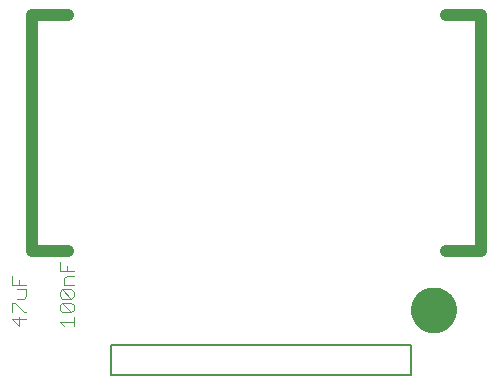
<source format=gto>
G75*
%MOIN*%
%OFA0B0*%
%FSLAX25Y25*%
%IPPOS*%
%LPD*%
%AMOC8*
5,1,8,0,0,1.08239X$1,22.5*
%
%ADD10C,0.00400*%
%ADD11C,0.03937*%
%ADD12C,0.00500*%
D10*
X0010451Y0023291D02*
X0010451Y0026360D01*
X0011985Y0027894D02*
X0012753Y0027894D01*
X0011985Y0027894D02*
X0008916Y0030964D01*
X0008149Y0030964D01*
X0008149Y0027894D01*
X0008149Y0025593D02*
X0010451Y0023291D01*
X0012753Y0025593D02*
X0008149Y0025593D01*
X0009683Y0032498D02*
X0011985Y0032498D01*
X0012753Y0033266D01*
X0012753Y0035568D01*
X0009683Y0035568D01*
X0010451Y0037102D02*
X0010451Y0038637D01*
X0012753Y0037102D02*
X0008149Y0037102D01*
X0008149Y0040172D01*
X0023897Y0041706D02*
X0023897Y0044776D01*
X0026199Y0043241D02*
X0026199Y0041706D01*
X0026199Y0040172D02*
X0028501Y0040172D01*
X0028501Y0041706D02*
X0023897Y0041706D01*
X0025432Y0039404D02*
X0026199Y0040172D01*
X0025432Y0039404D02*
X0025432Y0037102D01*
X0028501Y0037102D01*
X0027733Y0035568D02*
X0028501Y0034800D01*
X0028501Y0033266D01*
X0027733Y0032498D01*
X0024664Y0035568D01*
X0027733Y0035568D01*
X0024664Y0035568D02*
X0023897Y0034800D01*
X0023897Y0033266D01*
X0024664Y0032498D01*
X0027733Y0032498D01*
X0027733Y0030964D02*
X0028501Y0030196D01*
X0028501Y0028662D01*
X0027733Y0027894D01*
X0024664Y0030964D01*
X0027733Y0030964D01*
X0024664Y0030964D02*
X0023897Y0030196D01*
X0023897Y0028662D01*
X0024664Y0027894D01*
X0027733Y0027894D01*
X0028501Y0026360D02*
X0028501Y0023291D01*
X0028501Y0024825D02*
X0023897Y0024825D01*
X0025432Y0023291D01*
D11*
X0026591Y0048244D02*
X0014780Y0048244D01*
X0014780Y0126984D01*
X0026591Y0126984D01*
X0144701Y0032496D02*
X0144701Y0028559D01*
X0148638Y0028559D01*
X0143070Y0028559D02*
X0143072Y0028708D01*
X0143078Y0028857D01*
X0143088Y0029005D01*
X0143102Y0029153D01*
X0143120Y0029301D01*
X0143141Y0029448D01*
X0143167Y0029595D01*
X0143197Y0029741D01*
X0143230Y0029886D01*
X0143268Y0030030D01*
X0143309Y0030173D01*
X0143354Y0030315D01*
X0143403Y0030456D01*
X0143456Y0030595D01*
X0143512Y0030733D01*
X0143572Y0030869D01*
X0143635Y0031004D01*
X0143702Y0031136D01*
X0143773Y0031267D01*
X0143847Y0031397D01*
X0143925Y0031524D01*
X0144006Y0031649D01*
X0144090Y0031771D01*
X0144178Y0031892D01*
X0144268Y0032010D01*
X0144362Y0032125D01*
X0144459Y0032238D01*
X0144559Y0032349D01*
X0144662Y0032456D01*
X0144767Y0032561D01*
X0144876Y0032663D01*
X0144987Y0032763D01*
X0145100Y0032859D01*
X0145217Y0032952D01*
X0145335Y0033042D01*
X0145456Y0033128D01*
X0145579Y0033212D01*
X0145705Y0033292D01*
X0145833Y0033369D01*
X0145962Y0033442D01*
X0146094Y0033512D01*
X0146227Y0033578D01*
X0146362Y0033641D01*
X0146499Y0033700D01*
X0146637Y0033755D01*
X0146776Y0033807D01*
X0146917Y0033854D01*
X0147060Y0033899D01*
X0147203Y0033939D01*
X0147347Y0033975D01*
X0147492Y0034008D01*
X0147639Y0034037D01*
X0147785Y0034061D01*
X0147933Y0034082D01*
X0148081Y0034099D01*
X0148229Y0034112D01*
X0148378Y0034121D01*
X0148526Y0034126D01*
X0148675Y0034127D01*
X0148824Y0034124D01*
X0148973Y0034117D01*
X0149121Y0034106D01*
X0149269Y0034091D01*
X0149417Y0034072D01*
X0149564Y0034049D01*
X0149711Y0034023D01*
X0149856Y0033992D01*
X0150001Y0033958D01*
X0150145Y0033919D01*
X0150288Y0033877D01*
X0150429Y0033831D01*
X0150570Y0033781D01*
X0150708Y0033728D01*
X0150846Y0033671D01*
X0150982Y0033610D01*
X0151116Y0033545D01*
X0151248Y0033477D01*
X0151379Y0033406D01*
X0151508Y0033331D01*
X0151634Y0033252D01*
X0151758Y0033170D01*
X0151881Y0033085D01*
X0152000Y0032997D01*
X0152118Y0032906D01*
X0152233Y0032811D01*
X0152345Y0032713D01*
X0152455Y0032613D01*
X0152562Y0032509D01*
X0152666Y0032403D01*
X0152768Y0032294D01*
X0152866Y0032182D01*
X0152961Y0032068D01*
X0153054Y0031951D01*
X0153143Y0031832D01*
X0153228Y0031710D01*
X0153311Y0031586D01*
X0153390Y0031460D01*
X0153466Y0031332D01*
X0153539Y0031202D01*
X0153608Y0031070D01*
X0153673Y0030936D01*
X0153735Y0030801D01*
X0153793Y0030664D01*
X0153847Y0030525D01*
X0153898Y0030385D01*
X0153945Y0030244D01*
X0153988Y0030102D01*
X0154027Y0029958D01*
X0154063Y0029814D01*
X0154094Y0029668D01*
X0154122Y0029522D01*
X0154146Y0029375D01*
X0154166Y0029227D01*
X0154182Y0029079D01*
X0154194Y0028931D01*
X0154202Y0028782D01*
X0154206Y0028633D01*
X0154206Y0028485D01*
X0154202Y0028336D01*
X0154194Y0028187D01*
X0154182Y0028039D01*
X0154166Y0027891D01*
X0154146Y0027743D01*
X0154122Y0027596D01*
X0154094Y0027450D01*
X0154063Y0027304D01*
X0154027Y0027160D01*
X0153988Y0027016D01*
X0153945Y0026874D01*
X0153898Y0026733D01*
X0153847Y0026593D01*
X0153793Y0026454D01*
X0153735Y0026317D01*
X0153673Y0026182D01*
X0153608Y0026048D01*
X0153539Y0025916D01*
X0153466Y0025786D01*
X0153390Y0025658D01*
X0153311Y0025532D01*
X0153228Y0025408D01*
X0153143Y0025286D01*
X0153054Y0025167D01*
X0152961Y0025050D01*
X0152866Y0024936D01*
X0152768Y0024824D01*
X0152666Y0024715D01*
X0152562Y0024609D01*
X0152455Y0024505D01*
X0152345Y0024405D01*
X0152233Y0024307D01*
X0152118Y0024212D01*
X0152000Y0024121D01*
X0151881Y0024033D01*
X0151758Y0023948D01*
X0151634Y0023866D01*
X0151508Y0023787D01*
X0151379Y0023712D01*
X0151248Y0023641D01*
X0151116Y0023573D01*
X0150982Y0023508D01*
X0150846Y0023447D01*
X0150708Y0023390D01*
X0150570Y0023337D01*
X0150429Y0023287D01*
X0150288Y0023241D01*
X0150145Y0023199D01*
X0150001Y0023160D01*
X0149856Y0023126D01*
X0149711Y0023095D01*
X0149564Y0023069D01*
X0149417Y0023046D01*
X0149269Y0023027D01*
X0149121Y0023012D01*
X0148973Y0023001D01*
X0148824Y0022994D01*
X0148675Y0022991D01*
X0148526Y0022992D01*
X0148378Y0022997D01*
X0148229Y0023006D01*
X0148081Y0023019D01*
X0147933Y0023036D01*
X0147785Y0023057D01*
X0147639Y0023081D01*
X0147492Y0023110D01*
X0147347Y0023143D01*
X0147203Y0023179D01*
X0147060Y0023219D01*
X0146917Y0023264D01*
X0146776Y0023311D01*
X0146637Y0023363D01*
X0146499Y0023418D01*
X0146362Y0023477D01*
X0146227Y0023540D01*
X0146094Y0023606D01*
X0145962Y0023676D01*
X0145833Y0023749D01*
X0145705Y0023826D01*
X0145579Y0023906D01*
X0145456Y0023990D01*
X0145335Y0024076D01*
X0145217Y0024166D01*
X0145100Y0024259D01*
X0144987Y0024355D01*
X0144876Y0024455D01*
X0144767Y0024557D01*
X0144662Y0024662D01*
X0144559Y0024769D01*
X0144459Y0024880D01*
X0144362Y0024993D01*
X0144268Y0025108D01*
X0144178Y0025226D01*
X0144090Y0025347D01*
X0144006Y0025469D01*
X0143925Y0025594D01*
X0143847Y0025721D01*
X0143773Y0025851D01*
X0143702Y0025982D01*
X0143635Y0026114D01*
X0143572Y0026249D01*
X0143512Y0026385D01*
X0143456Y0026523D01*
X0143403Y0026662D01*
X0143354Y0026803D01*
X0143309Y0026945D01*
X0143268Y0027088D01*
X0143230Y0027232D01*
X0143197Y0027377D01*
X0143167Y0027523D01*
X0143141Y0027670D01*
X0143120Y0027817D01*
X0143102Y0027965D01*
X0143088Y0028113D01*
X0143078Y0028261D01*
X0143072Y0028410D01*
X0143070Y0028559D01*
X0144701Y0024622D02*
X0148638Y0024622D01*
X0148638Y0028559D01*
X0148638Y0032496D01*
X0152575Y0032496D02*
X0144701Y0032496D01*
X0148638Y0028559D02*
X0152575Y0028559D01*
X0152575Y0032496D01*
X0152575Y0028559D02*
X0152575Y0024622D01*
X0148638Y0024622D01*
X0152575Y0048244D02*
X0164386Y0048244D01*
X0164386Y0126984D01*
X0152575Y0126984D01*
D12*
X0140882Y0016984D02*
X0040882Y0016984D01*
X0040882Y0006984D01*
X0140882Y0006984D01*
X0140882Y0016984D01*
M02*

</source>
